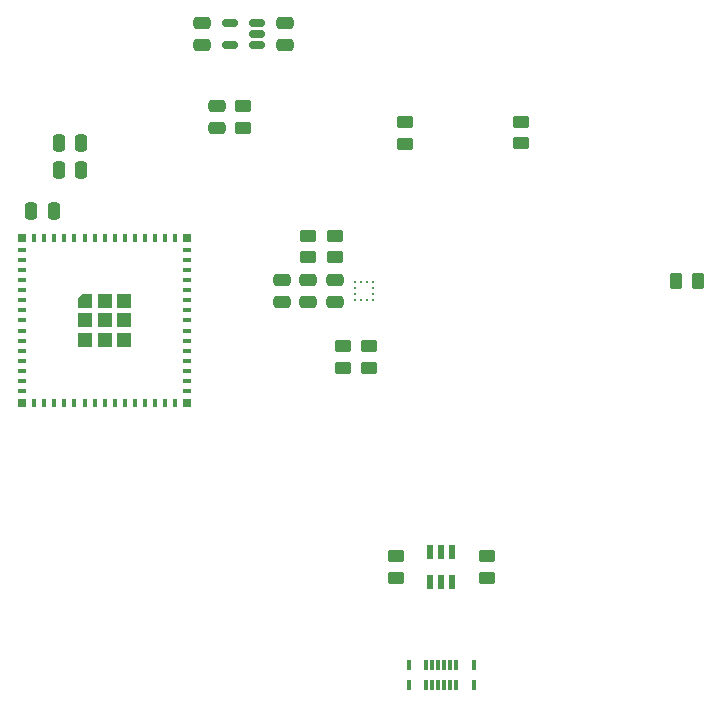
<source format=gbr>
%TF.GenerationSoftware,KiCad,Pcbnew,8.0.2-1*%
%TF.CreationDate,2024-05-17T13:07:53+01:00*%
%TF.ProjectId,Pomodoro_V7,506f6d6f-646f-4726-9f5f-56372e6b6963,rev?*%
%TF.SameCoordinates,Original*%
%TF.FileFunction,Paste,Bot*%
%TF.FilePolarity,Positive*%
%FSLAX46Y46*%
G04 Gerber Fmt 4.6, Leading zero omitted, Abs format (unit mm)*
G04 Created by KiCad (PCBNEW 8.0.2-1) date 2024-05-17 13:07:53*
%MOMM*%
%LPD*%
G01*
G04 APERTURE LIST*
G04 Aperture macros list*
%AMRoundRect*
0 Rectangle with rounded corners*
0 $1 Rounding radius*
0 $2 $3 $4 $5 $6 $7 $8 $9 X,Y pos of 4 corners*
0 Add a 4 corners polygon primitive as box body*
4,1,4,$2,$3,$4,$5,$6,$7,$8,$9,$2,$3,0*
0 Add four circle primitives for the rounded corners*
1,1,$1+$1,$2,$3*
1,1,$1+$1,$4,$5*
1,1,$1+$1,$6,$7*
1,1,$1+$1,$8,$9*
0 Add four rect primitives between the rounded corners*
20,1,$1+$1,$2,$3,$4,$5,0*
20,1,$1+$1,$4,$5,$6,$7,0*
20,1,$1+$1,$6,$7,$8,$9,0*
20,1,$1+$1,$8,$9,$2,$3,0*%
%AMOutline5P*
0 Free polygon, 5 corners , with rotation*
0 The origin of the aperture is its center*
0 number of corners: always 5*
0 $1 to $10 corner X, Y*
0 $11 Rotation angle, in degrees counterclockwise*
0 create outline with 5 corners*
4,1,5,$1,$2,$3,$4,$5,$6,$7,$8,$9,$10,$1,$2,$11*%
%AMOutline6P*
0 Free polygon, 6 corners , with rotation*
0 The origin of the aperture is its center*
0 number of corners: always 6*
0 $1 to $12 corner X, Y*
0 $13 Rotation angle, in degrees counterclockwise*
0 create outline with 6 corners*
4,1,6,$1,$2,$3,$4,$5,$6,$7,$8,$9,$10,$11,$12,$1,$2,$13*%
%AMOutline7P*
0 Free polygon, 7 corners , with rotation*
0 The origin of the aperture is its center*
0 number of corners: always 7*
0 $1 to $14 corner X, Y*
0 $15 Rotation angle, in degrees counterclockwise*
0 create outline with 7 corners*
4,1,7,$1,$2,$3,$4,$5,$6,$7,$8,$9,$10,$11,$12,$13,$14,$1,$2,$15*%
%AMOutline8P*
0 Free polygon, 8 corners , with rotation*
0 The origin of the aperture is its center*
0 number of corners: always 8*
0 $1 to $16 corner X, Y*
0 $17 Rotation angle, in degrees counterclockwise*
0 create outline with 8 corners*
4,1,8,$1,$2,$3,$4,$5,$6,$7,$8,$9,$10,$11,$12,$13,$14,$15,$16,$1,$2,$17*%
G04 Aperture macros list end*
%ADD10R,0.275000X0.250000*%
%ADD11R,0.250000X0.275000*%
%ADD12RoundRect,0.250000X0.450000X-0.262500X0.450000X0.262500X-0.450000X0.262500X-0.450000X-0.262500X0*%
%ADD13R,0.400000X0.800000*%
%ADD14R,0.800000X0.400000*%
%ADD15R,1.200000X1.200000*%
%ADD16R,0.800000X0.800000*%
%ADD17Outline5P,-0.600000X0.600000X0.600000X0.600000X0.600000X-0.600000X-0.204000X-0.600000X-0.600000X-0.204000X270.000000*%
%ADD18RoundRect,0.250000X-0.262500X-0.450000X0.262500X-0.450000X0.262500X0.450000X-0.262500X0.450000X0*%
%ADD19RoundRect,0.250000X-0.450000X0.262500X-0.450000X-0.262500X0.450000X-0.262500X0.450000X0.262500X0*%
%ADD20RoundRect,0.150000X0.512500X0.150000X-0.512500X0.150000X-0.512500X-0.150000X0.512500X-0.150000X0*%
%ADD21RoundRect,0.041300X-0.253700X0.563700X-0.253700X-0.563700X0.253700X-0.563700X0.253700X0.563700X0*%
%ADD22RoundRect,0.250000X0.475000X-0.250000X0.475000X0.250000X-0.475000X0.250000X-0.475000X-0.250000X0*%
%ADD23RoundRect,0.250000X-0.250000X-0.475000X0.250000X-0.475000X0.250000X0.475000X-0.250000X0.475000X0*%
%ADD24R,0.300000X0.870000*%
%ADD25RoundRect,0.250000X-0.475000X0.250000X-0.475000X-0.250000X0.475000X-0.250000X0.475000X0.250000X0*%
%ADD26RoundRect,0.250000X0.250000X0.475000X-0.250000X0.475000X-0.250000X-0.475000X0.250000X-0.475000X0*%
G04 APERTURE END LIST*
D10*
%TO.C,U1*%
X144262500Y-96750000D03*
X144262500Y-97250000D03*
X144262500Y-97750000D03*
X144262500Y-98250000D03*
D11*
X143750000Y-98262500D03*
X143250000Y-98262500D03*
D10*
X142737500Y-98250000D03*
X142737500Y-97750000D03*
X142737500Y-97250000D03*
X142737500Y-96750000D03*
D11*
X143250000Y-96737500D03*
X143750000Y-96737500D03*
%TD*%
D12*
%TO.C,R11*%
X156750000Y-85000000D03*
X156750000Y-83175000D03*
%TD*%
D13*
%TO.C,IC1*%
X115550000Y-93000000D03*
X116400000Y-93000000D03*
X117250000Y-93000000D03*
X118100000Y-93000000D03*
X118950000Y-93000000D03*
X119800000Y-93000000D03*
X120650000Y-93000000D03*
X121500000Y-93000000D03*
X122350000Y-93000000D03*
X123200000Y-93000000D03*
X124050000Y-93000000D03*
X124900000Y-93000000D03*
X125750000Y-93000000D03*
X126600000Y-93000000D03*
X127450000Y-93000000D03*
D14*
X128500000Y-94050000D03*
X128500000Y-94900000D03*
X128500000Y-95750000D03*
X128500000Y-96600000D03*
X128500000Y-97450000D03*
X128500000Y-98300000D03*
X128500000Y-99150000D03*
X128500000Y-100000000D03*
X128500000Y-100850000D03*
X128500000Y-101700000D03*
X128500000Y-102550000D03*
X128500000Y-103400000D03*
X128500000Y-104250000D03*
X128500000Y-105100000D03*
X128500000Y-105950000D03*
D13*
X127450000Y-107000000D03*
X126600000Y-107000000D03*
X125750000Y-107000000D03*
X124900000Y-107000000D03*
X124050000Y-107000000D03*
X123200000Y-107000000D03*
X122350000Y-107000000D03*
X121500000Y-107000000D03*
X120650000Y-107000000D03*
X119800000Y-107000000D03*
X118950000Y-107000000D03*
X118100000Y-107000000D03*
X117250000Y-107000000D03*
X116400000Y-107000000D03*
X115550000Y-107000000D03*
D14*
X114500000Y-105950000D03*
X114500000Y-105100000D03*
X114500000Y-104250000D03*
X114500000Y-103400000D03*
X114500000Y-102550000D03*
X114500000Y-101700000D03*
X114500000Y-100850000D03*
X114500000Y-100000000D03*
X114500000Y-99150000D03*
X114500000Y-98300000D03*
X114500000Y-97450000D03*
X114500000Y-96600000D03*
X114500000Y-95750000D03*
X114500000Y-94900000D03*
X114500000Y-94050000D03*
D15*
X123150000Y-101650000D03*
D16*
X114500000Y-93000000D03*
X128500000Y-93000000D03*
X128500000Y-107000000D03*
X114500000Y-107000000D03*
D17*
X119850000Y-98350000D03*
D15*
X119850000Y-100000000D03*
X119850000Y-101650000D03*
X121500000Y-98350000D03*
X121500000Y-100000000D03*
X121500000Y-101650000D03*
X123150000Y-98350000D03*
X123150000Y-100000000D03*
%TD*%
D18*
%TO.C,R4*%
X169915500Y-96625000D03*
X171740500Y-96625000D03*
%TD*%
D19*
%TO.C,R3*%
X141704000Y-102171500D03*
X141704000Y-103996500D03*
%TD*%
D12*
%TO.C,R5*%
X146952000Y-85037500D03*
X146952000Y-83212500D03*
%TD*%
%TO.C,R1*%
X133250000Y-83662500D03*
X133250000Y-81837500D03*
%TD*%
D20*
%TO.C,U3*%
X134387500Y-74800000D03*
X134387500Y-75750000D03*
X134387500Y-76700000D03*
X132112500Y-76700000D03*
X132112500Y-74800000D03*
%TD*%
D21*
%TO.C,U2*%
X149050000Y-119596500D03*
X150000000Y-119596500D03*
X150950000Y-119596500D03*
X150950000Y-122106500D03*
X150000000Y-122106500D03*
X149050000Y-122106500D03*
%TD*%
D22*
%TO.C,C7*%
X141000000Y-98450000D03*
X141000000Y-96550000D03*
%TD*%
D23*
%TO.C,C3*%
X117600000Y-85000000D03*
X119500000Y-85000000D03*
%TD*%
D24*
%TO.C,J11*%
X152750000Y-129135000D03*
X151250000Y-129135000D03*
X150750000Y-129135000D03*
X150250000Y-129135000D03*
X149750000Y-129135000D03*
X149250000Y-129135000D03*
X148750000Y-129135000D03*
X147250000Y-129135000D03*
X147250000Y-130865000D03*
X148750000Y-130865000D03*
X149250000Y-130865000D03*
X149750000Y-130865000D03*
X150250000Y-130865000D03*
X150750000Y-130865000D03*
X151250000Y-130865000D03*
X152750000Y-130865000D03*
%TD*%
D19*
%TO.C,R2*%
X143904000Y-102159000D03*
X143904000Y-103984000D03*
%TD*%
%TO.C,R7*%
X141000000Y-92837500D03*
X141000000Y-94662500D03*
%TD*%
%TO.C,R8*%
X138750000Y-92837500D03*
X138750000Y-94662500D03*
%TD*%
D22*
%TO.C,C1*%
X131000000Y-83700000D03*
X131000000Y-81800000D03*
%TD*%
%TO.C,C5*%
X136500000Y-98450000D03*
X136500000Y-96550000D03*
%TD*%
D25*
%TO.C,C9*%
X129750000Y-74800000D03*
X129750000Y-76700000D03*
%TD*%
D22*
%TO.C,C6*%
X138750000Y-98450000D03*
X138750000Y-96550000D03*
%TD*%
D19*
%TO.C,R9*%
X153900000Y-119939000D03*
X153900000Y-121764000D03*
%TD*%
%TO.C,R10*%
X146200000Y-119939000D03*
X146200000Y-121764000D03*
%TD*%
D25*
%TO.C,C8*%
X136750000Y-74800000D03*
X136750000Y-76700000D03*
%TD*%
D26*
%TO.C,C4*%
X117200000Y-90750000D03*
X115300000Y-90750000D03*
%TD*%
D23*
%TO.C,C2*%
X117600000Y-87250000D03*
X119500000Y-87250000D03*
%TD*%
M02*

</source>
